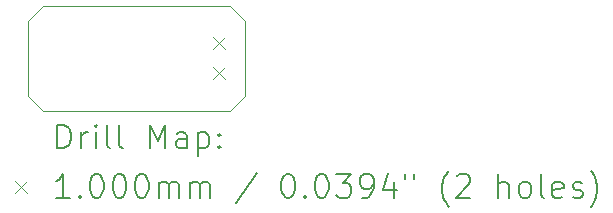
<source format=gbr>
%FSLAX45Y45*%
G04 Gerber Fmt 4.5, Leading zero omitted, Abs format (unit mm)*
G04 Created by KiCad (PCBNEW (6.0.0-0)) date 2023-03-28 13:10:44*
%MOMM*%
%LPD*%
G01*
G04 APERTURE LIST*
%TA.AperFunction,Profile*%
%ADD10C,0.100000*%
%TD*%
%ADD11C,0.200000*%
%ADD12C,0.100000*%
G04 APERTURE END LIST*
D10*
X3810000Y-3873500D02*
X3810000Y-4508500D01*
X2095500Y-3746500D02*
X3683000Y-3746500D01*
X3683000Y-4635500D02*
X3810000Y-4508500D01*
X3683000Y-4635500D02*
X2095500Y-4635500D01*
X1968500Y-4508500D02*
X1968500Y-3873500D01*
X1968500Y-3873500D02*
X2095500Y-3746500D01*
X3810000Y-3873500D02*
X3683000Y-3746500D01*
X2095500Y-4635500D02*
X1968500Y-4508500D01*
D11*
D12*
X3538350Y-4014000D02*
X3638350Y-4114000D01*
X3638350Y-4014000D02*
X3538350Y-4114000D01*
X3538350Y-4268000D02*
X3638350Y-4368000D01*
X3638350Y-4268000D02*
X3538350Y-4368000D01*
D11*
X2221119Y-4950976D02*
X2221119Y-4750976D01*
X2268738Y-4750976D01*
X2297310Y-4760500D01*
X2316357Y-4779548D01*
X2325881Y-4798595D01*
X2335405Y-4836690D01*
X2335405Y-4865262D01*
X2325881Y-4903357D01*
X2316357Y-4922405D01*
X2297310Y-4941452D01*
X2268738Y-4950976D01*
X2221119Y-4950976D01*
X2421119Y-4950976D02*
X2421119Y-4817643D01*
X2421119Y-4855738D02*
X2430643Y-4836690D01*
X2440167Y-4827167D01*
X2459214Y-4817643D01*
X2478262Y-4817643D01*
X2544929Y-4950976D02*
X2544929Y-4817643D01*
X2544929Y-4750976D02*
X2535405Y-4760500D01*
X2544929Y-4770024D01*
X2554452Y-4760500D01*
X2544929Y-4750976D01*
X2544929Y-4770024D01*
X2668738Y-4950976D02*
X2649690Y-4941452D01*
X2640167Y-4922405D01*
X2640167Y-4750976D01*
X2773500Y-4950976D02*
X2754452Y-4941452D01*
X2744929Y-4922405D01*
X2744929Y-4750976D01*
X3002071Y-4950976D02*
X3002071Y-4750976D01*
X3068738Y-4893833D01*
X3135405Y-4750976D01*
X3135405Y-4950976D01*
X3316357Y-4950976D02*
X3316357Y-4846214D01*
X3306833Y-4827167D01*
X3287786Y-4817643D01*
X3249690Y-4817643D01*
X3230643Y-4827167D01*
X3316357Y-4941452D02*
X3297309Y-4950976D01*
X3249690Y-4950976D01*
X3230643Y-4941452D01*
X3221119Y-4922405D01*
X3221119Y-4903357D01*
X3230643Y-4884310D01*
X3249690Y-4874786D01*
X3297309Y-4874786D01*
X3316357Y-4865262D01*
X3411595Y-4817643D02*
X3411595Y-5017643D01*
X3411595Y-4827167D02*
X3430643Y-4817643D01*
X3468738Y-4817643D01*
X3487786Y-4827167D01*
X3497309Y-4836690D01*
X3506833Y-4855738D01*
X3506833Y-4912881D01*
X3497309Y-4931929D01*
X3487786Y-4941452D01*
X3468738Y-4950976D01*
X3430643Y-4950976D01*
X3411595Y-4941452D01*
X3592548Y-4931929D02*
X3602071Y-4941452D01*
X3592548Y-4950976D01*
X3583024Y-4941452D01*
X3592548Y-4931929D01*
X3592548Y-4950976D01*
X3592548Y-4827167D02*
X3602071Y-4836690D01*
X3592548Y-4846214D01*
X3583024Y-4836690D01*
X3592548Y-4827167D01*
X3592548Y-4846214D01*
D12*
X1863500Y-5230500D02*
X1963500Y-5330500D01*
X1963500Y-5230500D02*
X1863500Y-5330500D01*
D11*
X2325881Y-5370976D02*
X2211595Y-5370976D01*
X2268738Y-5370976D02*
X2268738Y-5170976D01*
X2249690Y-5199548D01*
X2230643Y-5218595D01*
X2211595Y-5228119D01*
X2411595Y-5351929D02*
X2421119Y-5361452D01*
X2411595Y-5370976D01*
X2402071Y-5361452D01*
X2411595Y-5351929D01*
X2411595Y-5370976D01*
X2544929Y-5170976D02*
X2563976Y-5170976D01*
X2583024Y-5180500D01*
X2592548Y-5190024D01*
X2602071Y-5209071D01*
X2611595Y-5247167D01*
X2611595Y-5294786D01*
X2602071Y-5332881D01*
X2592548Y-5351929D01*
X2583024Y-5361452D01*
X2563976Y-5370976D01*
X2544929Y-5370976D01*
X2525881Y-5361452D01*
X2516357Y-5351929D01*
X2506833Y-5332881D01*
X2497310Y-5294786D01*
X2497310Y-5247167D01*
X2506833Y-5209071D01*
X2516357Y-5190024D01*
X2525881Y-5180500D01*
X2544929Y-5170976D01*
X2735405Y-5170976D02*
X2754452Y-5170976D01*
X2773500Y-5180500D01*
X2783024Y-5190024D01*
X2792548Y-5209071D01*
X2802071Y-5247167D01*
X2802071Y-5294786D01*
X2792548Y-5332881D01*
X2783024Y-5351929D01*
X2773500Y-5361452D01*
X2754452Y-5370976D01*
X2735405Y-5370976D01*
X2716357Y-5361452D01*
X2706833Y-5351929D01*
X2697310Y-5332881D01*
X2687786Y-5294786D01*
X2687786Y-5247167D01*
X2697310Y-5209071D01*
X2706833Y-5190024D01*
X2716357Y-5180500D01*
X2735405Y-5170976D01*
X2925881Y-5170976D02*
X2944928Y-5170976D01*
X2963976Y-5180500D01*
X2973500Y-5190024D01*
X2983024Y-5209071D01*
X2992548Y-5247167D01*
X2992548Y-5294786D01*
X2983024Y-5332881D01*
X2973500Y-5351929D01*
X2963976Y-5361452D01*
X2944928Y-5370976D01*
X2925881Y-5370976D01*
X2906833Y-5361452D01*
X2897309Y-5351929D01*
X2887786Y-5332881D01*
X2878262Y-5294786D01*
X2878262Y-5247167D01*
X2887786Y-5209071D01*
X2897309Y-5190024D01*
X2906833Y-5180500D01*
X2925881Y-5170976D01*
X3078262Y-5370976D02*
X3078262Y-5237643D01*
X3078262Y-5256690D02*
X3087786Y-5247167D01*
X3106833Y-5237643D01*
X3135405Y-5237643D01*
X3154452Y-5247167D01*
X3163976Y-5266214D01*
X3163976Y-5370976D01*
X3163976Y-5266214D02*
X3173500Y-5247167D01*
X3192548Y-5237643D01*
X3221119Y-5237643D01*
X3240167Y-5247167D01*
X3249690Y-5266214D01*
X3249690Y-5370976D01*
X3344928Y-5370976D02*
X3344928Y-5237643D01*
X3344928Y-5256690D02*
X3354452Y-5247167D01*
X3373500Y-5237643D01*
X3402071Y-5237643D01*
X3421119Y-5247167D01*
X3430643Y-5266214D01*
X3430643Y-5370976D01*
X3430643Y-5266214D02*
X3440167Y-5247167D01*
X3459214Y-5237643D01*
X3487786Y-5237643D01*
X3506833Y-5247167D01*
X3516357Y-5266214D01*
X3516357Y-5370976D01*
X3906833Y-5161452D02*
X3735405Y-5418595D01*
X4163976Y-5170976D02*
X4183024Y-5170976D01*
X4202071Y-5180500D01*
X4211595Y-5190024D01*
X4221119Y-5209071D01*
X4230643Y-5247167D01*
X4230643Y-5294786D01*
X4221119Y-5332881D01*
X4211595Y-5351929D01*
X4202071Y-5361452D01*
X4183024Y-5370976D01*
X4163976Y-5370976D01*
X4144928Y-5361452D01*
X4135405Y-5351929D01*
X4125881Y-5332881D01*
X4116357Y-5294786D01*
X4116357Y-5247167D01*
X4125881Y-5209071D01*
X4135405Y-5190024D01*
X4144928Y-5180500D01*
X4163976Y-5170976D01*
X4316357Y-5351929D02*
X4325881Y-5361452D01*
X4316357Y-5370976D01*
X4306833Y-5361452D01*
X4316357Y-5351929D01*
X4316357Y-5370976D01*
X4449690Y-5170976D02*
X4468738Y-5170976D01*
X4487786Y-5180500D01*
X4497310Y-5190024D01*
X4506833Y-5209071D01*
X4516357Y-5247167D01*
X4516357Y-5294786D01*
X4506833Y-5332881D01*
X4497310Y-5351929D01*
X4487786Y-5361452D01*
X4468738Y-5370976D01*
X4449690Y-5370976D01*
X4430643Y-5361452D01*
X4421119Y-5351929D01*
X4411595Y-5332881D01*
X4402071Y-5294786D01*
X4402071Y-5247167D01*
X4411595Y-5209071D01*
X4421119Y-5190024D01*
X4430643Y-5180500D01*
X4449690Y-5170976D01*
X4583024Y-5170976D02*
X4706833Y-5170976D01*
X4640167Y-5247167D01*
X4668738Y-5247167D01*
X4687786Y-5256690D01*
X4697310Y-5266214D01*
X4706833Y-5285262D01*
X4706833Y-5332881D01*
X4697310Y-5351929D01*
X4687786Y-5361452D01*
X4668738Y-5370976D01*
X4611595Y-5370976D01*
X4592548Y-5361452D01*
X4583024Y-5351929D01*
X4802071Y-5370976D02*
X4840167Y-5370976D01*
X4859214Y-5361452D01*
X4868738Y-5351929D01*
X4887786Y-5323357D01*
X4897310Y-5285262D01*
X4897310Y-5209071D01*
X4887786Y-5190024D01*
X4878262Y-5180500D01*
X4859214Y-5170976D01*
X4821119Y-5170976D01*
X4802071Y-5180500D01*
X4792548Y-5190024D01*
X4783024Y-5209071D01*
X4783024Y-5256690D01*
X4792548Y-5275738D01*
X4802071Y-5285262D01*
X4821119Y-5294786D01*
X4859214Y-5294786D01*
X4878262Y-5285262D01*
X4887786Y-5275738D01*
X4897310Y-5256690D01*
X5068738Y-5237643D02*
X5068738Y-5370976D01*
X5021119Y-5161452D02*
X4973500Y-5304310D01*
X5097310Y-5304310D01*
X5163976Y-5170976D02*
X5163976Y-5209071D01*
X5240167Y-5170976D02*
X5240167Y-5209071D01*
X5535405Y-5447167D02*
X5525881Y-5437643D01*
X5506833Y-5409071D01*
X5497310Y-5390024D01*
X5487786Y-5361452D01*
X5478262Y-5313833D01*
X5478262Y-5275738D01*
X5487786Y-5228119D01*
X5497310Y-5199548D01*
X5506833Y-5180500D01*
X5525881Y-5151929D01*
X5535405Y-5142405D01*
X5602071Y-5190024D02*
X5611595Y-5180500D01*
X5630643Y-5170976D01*
X5678262Y-5170976D01*
X5697309Y-5180500D01*
X5706833Y-5190024D01*
X5716357Y-5209071D01*
X5716357Y-5228119D01*
X5706833Y-5256690D01*
X5592548Y-5370976D01*
X5716357Y-5370976D01*
X5954452Y-5370976D02*
X5954452Y-5170976D01*
X6040167Y-5370976D02*
X6040167Y-5266214D01*
X6030643Y-5247167D01*
X6011595Y-5237643D01*
X5983024Y-5237643D01*
X5963976Y-5247167D01*
X5954452Y-5256690D01*
X6163976Y-5370976D02*
X6144928Y-5361452D01*
X6135405Y-5351929D01*
X6125881Y-5332881D01*
X6125881Y-5275738D01*
X6135405Y-5256690D01*
X6144928Y-5247167D01*
X6163976Y-5237643D01*
X6192548Y-5237643D01*
X6211595Y-5247167D01*
X6221119Y-5256690D01*
X6230643Y-5275738D01*
X6230643Y-5332881D01*
X6221119Y-5351929D01*
X6211595Y-5361452D01*
X6192548Y-5370976D01*
X6163976Y-5370976D01*
X6344928Y-5370976D02*
X6325881Y-5361452D01*
X6316357Y-5342405D01*
X6316357Y-5170976D01*
X6497309Y-5361452D02*
X6478262Y-5370976D01*
X6440167Y-5370976D01*
X6421119Y-5361452D01*
X6411595Y-5342405D01*
X6411595Y-5266214D01*
X6421119Y-5247167D01*
X6440167Y-5237643D01*
X6478262Y-5237643D01*
X6497309Y-5247167D01*
X6506833Y-5266214D01*
X6506833Y-5285262D01*
X6411595Y-5304310D01*
X6583024Y-5361452D02*
X6602071Y-5370976D01*
X6640167Y-5370976D01*
X6659214Y-5361452D01*
X6668738Y-5342405D01*
X6668738Y-5332881D01*
X6659214Y-5313833D01*
X6640167Y-5304310D01*
X6611595Y-5304310D01*
X6592548Y-5294786D01*
X6583024Y-5275738D01*
X6583024Y-5266214D01*
X6592548Y-5247167D01*
X6611595Y-5237643D01*
X6640167Y-5237643D01*
X6659214Y-5247167D01*
X6735405Y-5447167D02*
X6744928Y-5437643D01*
X6763976Y-5409071D01*
X6773500Y-5390024D01*
X6783024Y-5361452D01*
X6792548Y-5313833D01*
X6792548Y-5275738D01*
X6783024Y-5228119D01*
X6773500Y-5199548D01*
X6763976Y-5180500D01*
X6744928Y-5151929D01*
X6735405Y-5142405D01*
M02*

</source>
